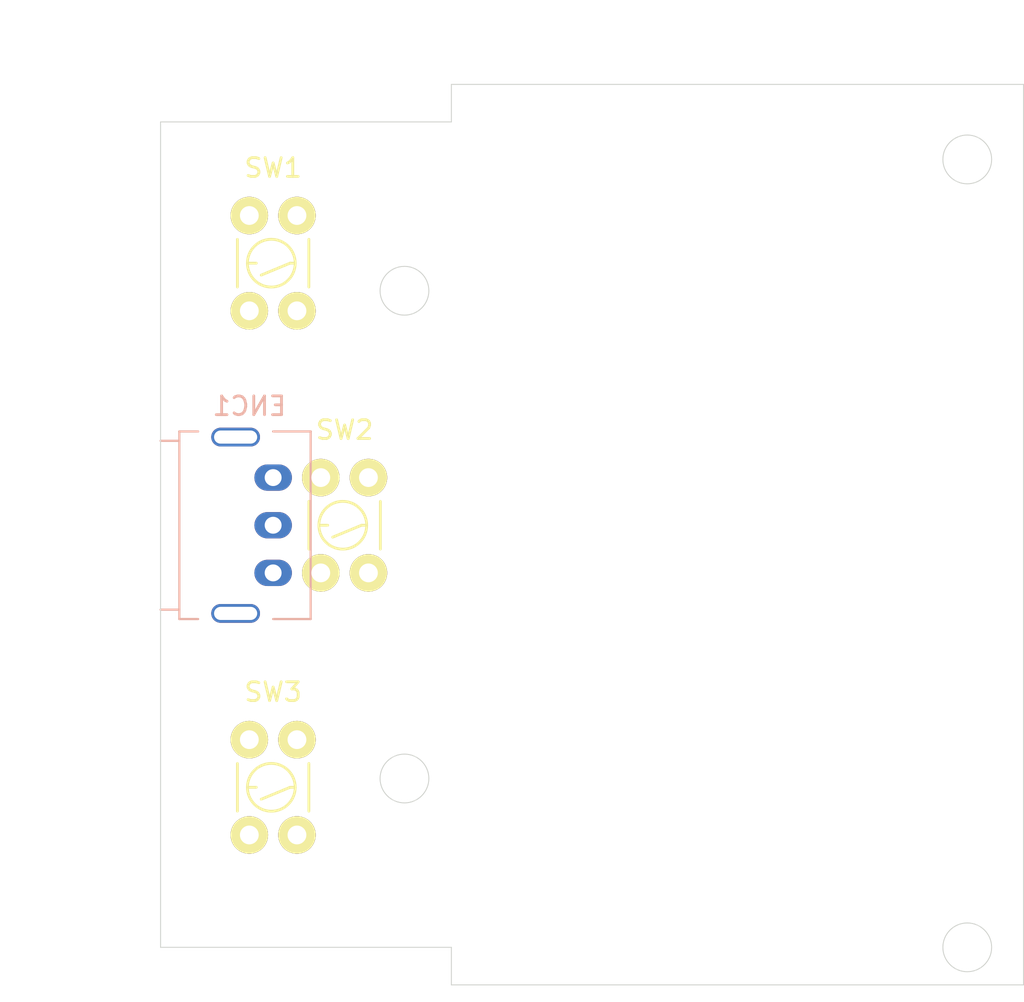
<source format=kicad_pcb>
(kicad_pcb (version 20171130) (host pcbnew 5.1.12-84ad8e8a86~92~ubuntu20.04.1)

  (general
    (thickness 1.6)
    (drawings 14)
    (tracks 0)
    (zones 0)
    (modules 4)
    (nets 1)
  )

  (page A4)
  (title_block
    (date 2022-01-31)
  )

  (layers
    (0 F.Cu signal)
    (31 B.Cu signal)
    (32 B.Adhes user)
    (33 F.Adhes user)
    (34 B.Paste user)
    (35 F.Paste user)
    (36 B.SilkS user)
    (37 F.SilkS user)
    (38 B.Mask user)
    (39 F.Mask user)
    (40 Dwgs.User user)
    (41 Cmts.User user)
    (42 Eco1.User user)
    (43 Eco2.User user)
    (44 Edge.Cuts user)
    (45 Margin user)
    (46 B.CrtYd user)
    (47 F.CrtYd user)
    (48 B.Fab user)
    (49 F.Fab user)
  )

  (setup
    (last_trace_width 0.25)
    (trace_clearance 0.2)
    (zone_clearance 0.508)
    (zone_45_only no)
    (trace_min 0.2)
    (via_size 0.8)
    (via_drill 0.4)
    (via_min_size 0.4)
    (via_min_drill 0.3)
    (uvia_size 0.3)
    (uvia_drill 0.1)
    (uvias_allowed no)
    (uvia_min_size 0.2)
    (uvia_min_drill 0.1)
    (edge_width 0.05)
    (segment_width 0.2)
    (pcb_text_width 0.3)
    (pcb_text_size 1.5 1.5)
    (mod_edge_width 0.12)
    (mod_text_size 1 1)
    (mod_text_width 0.15)
    (pad_size 1.524 1.524)
    (pad_drill 0.762)
    (pad_to_mask_clearance 0)
    (aux_axis_origin 0 0)
    (grid_origin 106 99.5)
    (visible_elements FFFFFF7F)
    (pcbplotparams
      (layerselection 0x010fc_ffffffff)
      (usegerberextensions false)
      (usegerberattributes true)
      (usegerberadvancedattributes true)
      (creategerberjobfile true)
      (excludeedgelayer true)
      (linewidth 0.100000)
      (plotframeref false)
      (viasonmask false)
      (mode 1)
      (useauxorigin false)
      (hpglpennumber 1)
      (hpglpenspeed 20)
      (hpglpendiameter 15.000000)
      (psnegative false)
      (psa4output false)
      (plotreference true)
      (plotvalue true)
      (plotinvisibletext false)
      (padsonsilk false)
      (subtractmaskfromsilk false)
      (outputformat 1)
      (mirror false)
      (drillshape 0)
      (scaleselection 1)
      (outputdirectory "pcb/"))
  )

  (net 0 "")

  (net_class Default "This is the default net class."
    (clearance 0.2)
    (trace_width 0.25)
    (via_dia 0.8)
    (via_drill 0.4)
    (uvia_dia 0.3)
    (uvia_drill 0.1)
  )

  (module Switch_Encoder:EncodeNonameHeatervalve (layer B.Cu) (tedit 61F7EA7B) (tstamp 61F82A4D)
    (at 106 99.5 270)
    (fp_text reference ENC1 (at -6.35 1.27) (layer B.SilkS)
      (effects (font (size 1 1) (thickness 0.15)) (justify mirror))
    )
    (fp_text value EncodeNonameHeatervalve (at 0 6.5 270) (layer B.Fab)
      (effects (font (size 1 1) (thickness 0.15)) (justify mirror))
    )
    (fp_line (start 4.5 14.5) (end 4.5 5) (layer Dwgs.User) (width 0.12))
    (fp_line (start -4.5 14.5) (end 4.5 14.5) (layer Dwgs.User) (width 0.12))
    (fp_line (start -4.5 5) (end -4.5 14.5) (layer Dwgs.User) (width 0.12))
    (fp_line (start 4.5 5) (end 4.5 6) (layer B.SilkS) (width 0.12))
    (fp_line (start -4.5 5) (end -4.5 6) (layer B.SilkS) (width 0.12))
    (fp_line (start 5 5) (end 5 4) (layer B.SilkS) (width 0.12))
    (fp_line (start -5 5) (end 5 5) (layer B.SilkS) (width 0.12))
    (fp_line (start -5 4) (end -5 5) (layer B.SilkS) (width 0.12))
    (fp_line (start -5 -2) (end 5 -2) (layer B.SilkS) (width 0.12))
    (fp_line (start 5 0) (end 5 -2) (layer B.SilkS) (width 0.12))
    (fp_line (start -5 0) (end -5 -2) (layer B.SilkS) (width 0.12))
    (pad 4 thru_hole oval (at 4.7 2 270) (size 1 2.6) (drill oval 0.7 2.3) (layers *.Cu *.Mask))
    (pad 4 thru_hole oval (at -4.7 2 270) (size 1 2.6) (drill oval 0.7 2.3) (layers *.Cu *.Mask))
    (pad 3 thru_hole oval (at 2.54 0 270) (size 1.4 2) (drill 0.9) (layers *.Cu *.Mask))
    (pad 2 thru_hole oval (at 0 0 270) (size 1.4 2) (drill 0.9) (layers *.Cu *.Mask))
    (pad 1 thru_hole oval (at -2.54 0 270) (size 1.4 2) (drill 0.9) (layers *.Cu *.Mask))
  )

  (module Switch_Miscelleaneus:PushButton_SPST_THT_6x6mm (layer F.Cu) (tedit 61F7DF33) (tstamp 61F7E718)
    (at 106 113.47 270)
    (fp_text reference SW3 (at -5.08 0 180) (layer F.SilkS)
      (effects (font (size 1 1) (thickness 0.15)))
    )
    (fp_text value PushButton_SPST_THT_6x6mm (at 0.15 4.25 90) (layer F.Fab)
      (effects (font (size 1 1) (thickness 0.15)))
    )
    (fp_line (start -1.27 -1.905) (end 1.27 -1.905) (layer F.SilkS) (width 0.15))
    (fp_line (start -1.27 1.905) (end 1.27 1.905) (layer F.SilkS) (width 0.15))
    (fp_line (start 0 -0.9) (end 0.635 0.635) (layer F.SilkS) (width 0.15))
    (fp_line (start 0 -1.175916) (end 0 -0.9) (layer F.SilkS) (width 0.15))
    (fp_line (start 0 0.9) (end 0 1.37161) (layer F.SilkS) (width 0.15))
    (fp_circle (center 0 0.097847) (end 1.27 0) (layer F.SilkS) (width 0.15))
    (pad 2 thru_hole circle (at 2.54 1.27 270) (size 2 2) (drill 1) (layers *.Cu *.Mask F.SilkS))
    (pad 1 thru_hole circle (at 2.54 -1.27 270) (size 2 2) (drill 1) (layers *.Cu *.Mask F.SilkS))
    (pad 2 thru_hole circle (at -2.54 1.27 270) (size 2 2) (drill 1) (layers *.Cu *.Mask F.SilkS))
    (pad 1 thru_hole circle (at -2.54 -1.27 270) (size 2 2) (drill 1) (layers *.Cu *.Mask F.SilkS))
  )

  (module Switch_Miscelleaneus:PushButton_SPST_THT_6x6mm (layer F.Cu) (tedit 61F7DF33) (tstamp 61F82AA8)
    (at 109.81 99.5 270)
    (fp_text reference SW2 (at -5.08 0 180) (layer F.SilkS)
      (effects (font (size 1 1) (thickness 0.15)))
    )
    (fp_text value PushButton_SPST_THT_6x6mm (at 0.15 4.25 90) (layer F.Fab)
      (effects (font (size 1 1) (thickness 0.15)))
    )
    (fp_line (start -1.27 -1.905) (end 1.27 -1.905) (layer F.SilkS) (width 0.15))
    (fp_line (start -1.27 1.905) (end 1.27 1.905) (layer F.SilkS) (width 0.15))
    (fp_line (start 0 -0.9) (end 0.635 0.635) (layer F.SilkS) (width 0.15))
    (fp_line (start 0 -1.175916) (end 0 -0.9) (layer F.SilkS) (width 0.15))
    (fp_line (start 0 0.9) (end 0 1.37161) (layer F.SilkS) (width 0.15))
    (fp_circle (center 0 0.097847) (end 1.27 0) (layer F.SilkS) (width 0.15))
    (pad 2 thru_hole circle (at 2.54 1.27 270) (size 2 2) (drill 1) (layers *.Cu *.Mask F.SilkS))
    (pad 1 thru_hole circle (at 2.54 -1.27 270) (size 2 2) (drill 1) (layers *.Cu *.Mask F.SilkS))
    (pad 2 thru_hole circle (at -2.54 1.27 270) (size 2 2) (drill 1) (layers *.Cu *.Mask F.SilkS))
    (pad 1 thru_hole circle (at -2.54 -1.27 270) (size 2 2) (drill 1) (layers *.Cu *.Mask F.SilkS))
  )

  (module Switch_Miscelleaneus:PushButton_SPST_THT_6x6mm (layer F.Cu) (tedit 61F7DF33) (tstamp 61F7E6AE)
    (at 106 85.53 270)
    (fp_text reference SW1 (at -5.08 0 180) (layer F.SilkS)
      (effects (font (size 1 1) (thickness 0.15)))
    )
    (fp_text value PushButton_SPST_THT_6x6mm (at 0.15 4.25 90) (layer F.Fab)
      (effects (font (size 1 1) (thickness 0.15)))
    )
    (fp_line (start -1.27 -1.905) (end 1.27 -1.905) (layer F.SilkS) (width 0.15))
    (fp_line (start -1.27 1.905) (end 1.27 1.905) (layer F.SilkS) (width 0.15))
    (fp_line (start 0 -0.9) (end 0.635 0.635) (layer F.SilkS) (width 0.15))
    (fp_line (start 0 -1.175916) (end 0 -0.9) (layer F.SilkS) (width 0.15))
    (fp_line (start 0 0.9) (end 0 1.37161) (layer F.SilkS) (width 0.15))
    (fp_circle (center 0 0.097847) (end 1.27 0) (layer F.SilkS) (width 0.15))
    (pad 2 thru_hole circle (at 2.54 1.27 270) (size 2 2) (drill 1) (layers *.Cu *.Mask F.SilkS))
    (pad 1 thru_hole circle (at 2.54 -1.27 270) (size 2 2) (drill 1) (layers *.Cu *.Mask F.SilkS))
    (pad 2 thru_hole circle (at -2.54 1.27 270) (size 2 2) (drill 1) (layers *.Cu *.Mask F.SilkS))
    (pad 1 thru_hole circle (at -2.54 -1.27 270) (size 2 2) (drill 1) (layers *.Cu *.Mask F.SilkS))
  )

  (dimension 6 (width 0.15) (layer Dwgs.User)
    (gr_text "6,000 mm" (at 103 72.2) (layer Dwgs.User)
      (effects (font (size 1 1) (thickness 0.15)))
    )
    (feature1 (pts (xy 106 78) (xy 106 72.913579)))
    (feature2 (pts (xy 100 78) (xy 100 72.913579)))
    (crossbar (pts (xy 100 73.5) (xy 106 73.5)))
    (arrow1a (pts (xy 106 73.5) (xy 104.873496 74.086421)))
    (arrow1b (pts (xy 106 73.5) (xy 104.873496 72.913579)))
    (arrow2a (pts (xy 100 73.5) (xy 101.126504 74.086421)))
    (arrow2b (pts (xy 100 73.5) (xy 101.126504 72.913579)))
  )
  (gr_line (start 106 78) (end 106 122) (layer Dwgs.User) (width 0.15))
  (gr_circle (center 113 87) (end 113 85.7) (layer Edge.Cuts) (width 0.05))
  (gr_circle (center 113 113) (end 113 114.3) (layer Edge.Cuts) (width 0.05))
  (gr_circle (center 143 80) (end 143 78.7) (layer Edge.Cuts) (width 0.05))
  (gr_circle (center 143 122) (end 143 123.3) (layer Edge.Cuts) (width 0.05))
  (gr_line (start 146 76) (end 115.5 76) (layer Edge.Cuts) (width 0.05))
  (gr_line (start 115.5 76) (end 115.5 78) (layer Edge.Cuts) (width 0.05))
  (gr_line (start 115.5 78) (end 100 78) (layer Edge.Cuts) (width 0.05))
  (gr_line (start 100 78) (end 100 122) (layer Edge.Cuts) (width 0.05))
  (gr_line (start 100 122) (end 115.5 122) (layer Edge.Cuts) (width 0.05))
  (gr_line (start 115.5 122) (end 115.5 124) (layer Edge.Cuts) (width 0.05))
  (gr_line (start 115.5 124) (end 146 124) (layer Edge.Cuts) (width 0.05))
  (gr_line (start 146 124) (end 146 76) (layer Edge.Cuts) (width 0.05))

)

</source>
